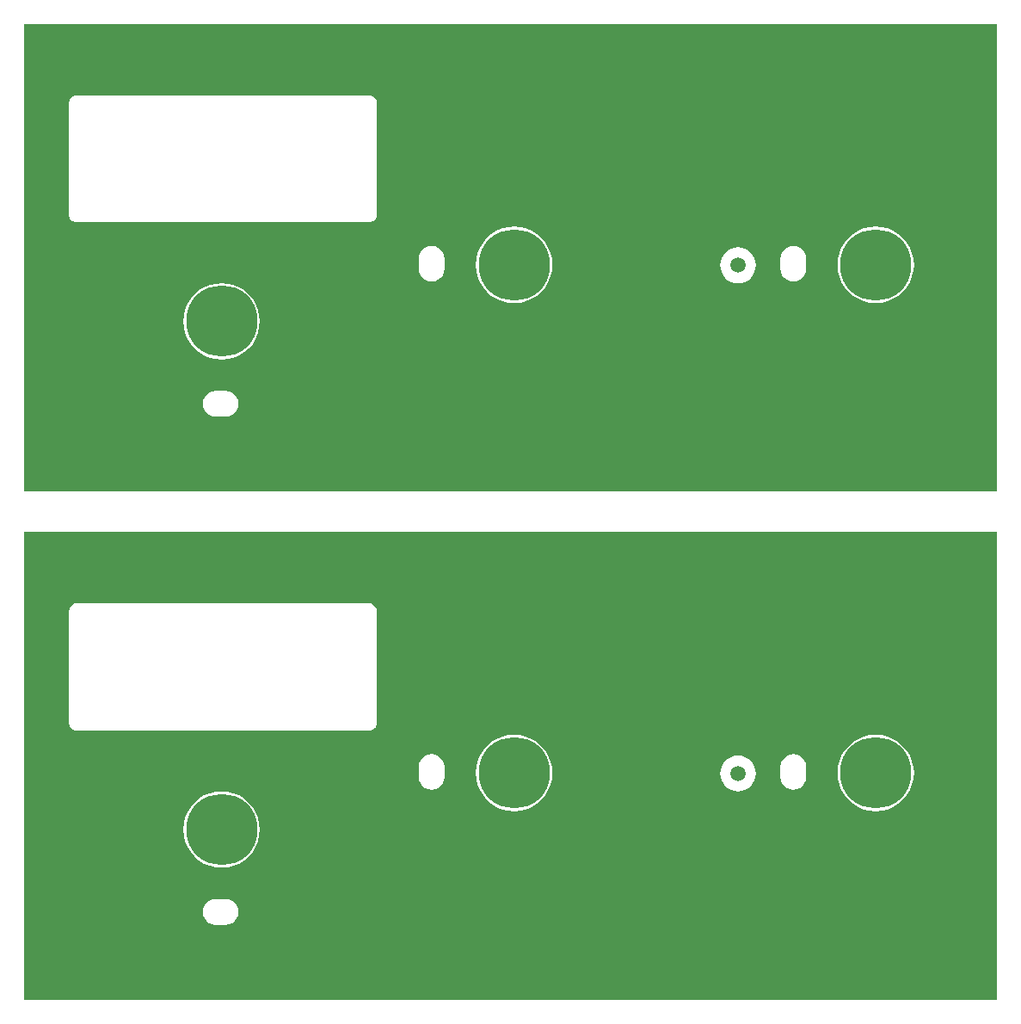
<source format=gtl>
G04*
G04 #@! TF.GenerationSoftware,Altium Limited,Altium Designer,21.0.8 (223)*
G04*
G04 Layer_Physical_Order=1*
G04 Layer_Color=255*
%FSLAX44Y44*%
%MOMM*%
G71*
G04*
G04 #@! TF.SameCoordinates,31EEA714-13B4-4420-B856-4EAA1F9135B5*
G04*
G04*
G04 #@! TF.FilePolarity,Positive*
G04*
G01*
G75*
%ADD10C,1.5000*%
%ADD11C,7.0000*%
%ADD12C,1.0000*%
G36*
X1232500Y1236680D02*
Y776680D01*
X274890Y776680D01*
Y1236680D01*
X1232500Y1236680D01*
D02*
G37*
G36*
Y736680D02*
Y276680D01*
X274890Y276680D01*
Y736680D01*
X1232500Y736680D01*
D02*
G37*
%LPC*%
G36*
X614995Y1166590D02*
X325505D01*
D01*
X325505D01*
X324514Y1166393D01*
X322677Y1165631D01*
X321837Y1165070D01*
X320430Y1163663D01*
Y1163663D01*
X320430D01*
X320244Y1163385D01*
X319869Y1162823D01*
Y1162823D01*
X319107Y1160986D01*
X319107Y1160986D01*
X318910Y1159995D01*
Y1159000D01*
Y1049000D01*
Y1048005D01*
X319107Y1047014D01*
X319107Y1047014D01*
X319869Y1045177D01*
Y1045177D01*
X320244Y1044615D01*
X320430Y1044336D01*
X320430D01*
Y1044336D01*
X321837Y1042930D01*
X321837D01*
Y1042930D01*
X322115Y1042744D01*
X322677Y1042369D01*
X322677D01*
X324514Y1041607D01*
X324514Y1041607D01*
X325505Y1041410D01*
X614995D01*
X615986Y1041607D01*
X615986Y1041607D01*
X617823Y1042369D01*
X617823D01*
X618385Y1042744D01*
X618663Y1042930D01*
Y1042930D01*
X618663D01*
X620070Y1044336D01*
X620631Y1045177D01*
X621393Y1047014D01*
X621590Y1048005D01*
Y1049000D01*
Y1159000D01*
Y1159995D01*
D01*
Y1159995D01*
X621393Y1160986D01*
X620631Y1162823D01*
X620070Y1163663D01*
X618663Y1165070D01*
X617823Y1165631D01*
X615986Y1166393D01*
X614995Y1166590D01*
D02*
G37*
G36*
X675890Y1018328D02*
X672616Y1017897D01*
X669566Y1016634D01*
X666946Y1014624D01*
X664936Y1012004D01*
X663673Y1008954D01*
X663242Y1005680D01*
Y995680D01*
X663673Y992406D01*
X664936Y989356D01*
X666946Y986736D01*
X669566Y984726D01*
X672616Y983463D01*
X675890Y983032D01*
X679164Y983463D01*
X682214Y984726D01*
X684834Y986736D01*
X686844Y989356D01*
X688107Y992406D01*
X688538Y995680D01*
Y1005680D01*
X688107Y1008954D01*
X686844Y1012004D01*
X684834Y1014624D01*
X682214Y1016634D01*
X679164Y1017897D01*
X675890Y1018328D01*
D02*
G37*
G36*
X1031890Y1018328D02*
X1028616Y1017897D01*
X1025566Y1016634D01*
X1022946Y1014624D01*
X1020936Y1012004D01*
X1019673Y1008954D01*
X1019242Y1005680D01*
Y995680D01*
X1019673Y992406D01*
X1020936Y989356D01*
X1022946Y986736D01*
X1025566Y984726D01*
X1028616Y983463D01*
X1031890Y983032D01*
X1035164Y983463D01*
X1038214Y984726D01*
X1040834Y986736D01*
X1042844Y989356D01*
X1044107Y992406D01*
X1044538Y995680D01*
Y1005680D01*
X1044107Y1008954D01*
X1042844Y1012004D01*
X1040834Y1014624D01*
X1038214Y1016634D01*
X1035164Y1017897D01*
X1031890Y1018328D01*
D02*
G37*
G36*
X977390Y1016805D02*
X973951Y1016466D01*
X970645Y1015463D01*
X967598Y1013835D01*
X964927Y1011643D01*
X962736Y1008972D01*
X961107Y1005925D01*
X960104Y1002618D01*
X959765Y999180D01*
X960104Y995742D01*
X961107Y992435D01*
X962736Y989388D01*
X964927Y986717D01*
X967598Y984526D01*
X970645Y982897D01*
X973951Y981894D01*
X977390Y981555D01*
X980828Y981894D01*
X984135Y982897D01*
X987182Y984526D01*
X989853Y986717D01*
X992045Y989388D01*
X993673Y992435D01*
X994676Y995742D01*
X995015Y999180D01*
X994676Y1002618D01*
X993673Y1005925D01*
X992045Y1008972D01*
X989853Y1011643D01*
X987182Y1013835D01*
X984135Y1015463D01*
X980828Y1016466D01*
X977390Y1016805D01*
D02*
G37*
G36*
X756890Y1037336D02*
X750999Y1036872D01*
X745254Y1035493D01*
X739794Y1033232D01*
X734756Y1030144D01*
X730263Y1026307D01*
X726426Y1021814D01*
X723338Y1016776D01*
X721077Y1011316D01*
X719697Y1005571D01*
X719234Y999680D01*
X719697Y993789D01*
X721077Y988044D01*
X723338Y982585D01*
X726426Y977546D01*
X730263Y973053D01*
X734756Y969216D01*
X739794Y966128D01*
X745254Y963867D01*
X750999Y962488D01*
X756890Y962024D01*
X762781Y962488D01*
X768526Y963867D01*
X773986Y966128D01*
X779024Y969216D01*
X783517Y973053D01*
X787354Y977546D01*
X790442Y982585D01*
X792703Y988044D01*
X794082Y993789D01*
X794546Y999680D01*
X794082Y1005571D01*
X792703Y1011316D01*
X790442Y1016776D01*
X787354Y1021814D01*
X783517Y1026307D01*
X779024Y1030144D01*
X773986Y1033232D01*
X768526Y1035493D01*
X762781Y1036872D01*
X756890Y1037336D01*
D02*
G37*
G36*
X1112890Y1037336D02*
X1106999Y1036872D01*
X1101254Y1035493D01*
X1095795Y1033232D01*
X1090756Y1030144D01*
X1086263Y1026307D01*
X1082426Y1021814D01*
X1079338Y1016776D01*
X1077077Y1011316D01*
X1075697Y1005571D01*
X1075234Y999680D01*
X1075697Y993789D01*
X1077077Y988044D01*
X1079338Y982585D01*
X1082426Y977546D01*
X1086263Y973053D01*
X1090756Y969216D01*
X1095795Y966128D01*
X1101254Y963867D01*
X1106999Y962487D01*
X1112890Y962024D01*
X1118781Y962487D01*
X1124526Y963867D01*
X1129986Y966128D01*
X1135024Y969216D01*
X1139517Y973053D01*
X1143354Y977546D01*
X1146442Y982585D01*
X1148703Y988044D01*
X1150082Y993789D01*
X1150546Y999680D01*
X1150082Y1005571D01*
X1148703Y1011316D01*
X1146442Y1016776D01*
X1143354Y1021814D01*
X1139517Y1026307D01*
X1135024Y1030144D01*
X1129986Y1033232D01*
X1124526Y1035493D01*
X1118781Y1036872D01*
X1112890Y1037336D01*
D02*
G37*
G36*
X469000Y981656D02*
X463109Y981192D01*
X457364Y979813D01*
X451904Y977552D01*
X446866Y974464D01*
X442373Y970627D01*
X438536Y966134D01*
X435448Y961096D01*
X433187Y955636D01*
X431808Y949891D01*
X431344Y944000D01*
X431808Y938109D01*
X433187Y932364D01*
X435448Y926905D01*
X438536Y921866D01*
X442373Y917373D01*
X446866Y913536D01*
X451904Y910448D01*
X457364Y908187D01*
X463109Y906807D01*
X469000Y906344D01*
X474891Y906807D01*
X480636Y908187D01*
X486096Y910448D01*
X491134Y913536D01*
X495627Y917373D01*
X499464Y921866D01*
X502552Y926905D01*
X504813Y932364D01*
X506193Y938109D01*
X506656Y944000D01*
X506193Y949891D01*
X504813Y955636D01*
X502552Y961096D01*
X499464Y966134D01*
X495627Y970627D01*
X491134Y974464D01*
X486096Y977552D01*
X480636Y979813D01*
X474891Y981192D01*
X469000Y981656D01*
D02*
G37*
G36*
X473000Y875648D02*
X463000D01*
X459726Y875217D01*
X456676Y873954D01*
X454056Y871944D01*
X452046Y869324D01*
X450783Y866274D01*
X450352Y863000D01*
X450783Y859726D01*
X452046Y856676D01*
X454056Y854056D01*
X456676Y852046D01*
X459726Y850783D01*
X463000Y850352D01*
X473000D01*
X476274Y850783D01*
X479324Y852046D01*
X481944Y854056D01*
X483954Y856676D01*
X485217Y859726D01*
X485648Y863000D01*
X485217Y866274D01*
X483954Y869324D01*
X481944Y871944D01*
X479324Y873954D01*
X476274Y875217D01*
X473000Y875648D01*
D02*
G37*
G36*
X614995Y666590D02*
X325505D01*
D01*
X325505D01*
X324514Y666393D01*
X322677Y665631D01*
X321837Y665070D01*
X320430Y663663D01*
Y663663D01*
X320430D01*
X320244Y663385D01*
X319869Y662823D01*
Y662823D01*
X319107Y660986D01*
X319107Y660986D01*
X318910Y659995D01*
Y659000D01*
Y549000D01*
Y548005D01*
X319107Y547014D01*
X319107Y547014D01*
X319869Y545177D01*
Y545177D01*
X320244Y544615D01*
X320430Y544337D01*
X320430D01*
Y544337D01*
X321837Y542930D01*
X321837D01*
Y542930D01*
X322115Y542744D01*
X322677Y542369D01*
X322677D01*
X324514Y541607D01*
X324514Y541607D01*
X325505Y541410D01*
X614995D01*
X615986Y541607D01*
X615986Y541607D01*
X617823Y542369D01*
X617823D01*
X618385Y542744D01*
X618663Y542930D01*
Y542930D01*
X618663D01*
X620070Y544337D01*
X620631Y545177D01*
X621393Y547014D01*
X621590Y548005D01*
Y549000D01*
Y659000D01*
Y659995D01*
D01*
Y659995D01*
X621393Y660986D01*
X620631Y662823D01*
X620070Y663663D01*
X618663Y665070D01*
X617823Y665631D01*
X615986Y666393D01*
X614995Y666590D01*
D02*
G37*
G36*
X675890Y518328D02*
X672616Y517897D01*
X669566Y516634D01*
X666946Y514624D01*
X664936Y512004D01*
X663673Y508954D01*
X663242Y505680D01*
Y495680D01*
X663673Y492407D01*
X664936Y489356D01*
X666946Y486736D01*
X669566Y484726D01*
X672616Y483463D01*
X675890Y483032D01*
X679164Y483463D01*
X682214Y484726D01*
X684834Y486736D01*
X686844Y489356D01*
X688107Y492407D01*
X688538Y495680D01*
Y505680D01*
X688107Y508954D01*
X686844Y512004D01*
X684834Y514624D01*
X682214Y516634D01*
X679164Y517897D01*
X675890Y518328D01*
D02*
G37*
G36*
X1031890Y518328D02*
X1028616Y517897D01*
X1025566Y516634D01*
X1022946Y514624D01*
X1020936Y512004D01*
X1019673Y508954D01*
X1019242Y505680D01*
Y495680D01*
X1019673Y492406D01*
X1020936Y489356D01*
X1022946Y486736D01*
X1025566Y484726D01*
X1028616Y483463D01*
X1031890Y483032D01*
X1035164Y483463D01*
X1038214Y484726D01*
X1040834Y486736D01*
X1042844Y489356D01*
X1044107Y492406D01*
X1044538Y495680D01*
Y505680D01*
X1044107Y508954D01*
X1042844Y512004D01*
X1040834Y514624D01*
X1038214Y516634D01*
X1035164Y517897D01*
X1031890Y518328D01*
D02*
G37*
G36*
X977390Y516805D02*
X973951Y516466D01*
X970645Y515463D01*
X967598Y513835D01*
X964927Y511643D01*
X962736Y508972D01*
X961107Y505925D01*
X960104Y502618D01*
X959765Y499180D01*
X960104Y495742D01*
X961107Y492435D01*
X962736Y489388D01*
X964927Y486717D01*
X967598Y484525D01*
X970645Y482897D01*
X973951Y481894D01*
X977390Y481555D01*
X980828Y481894D01*
X984135Y482897D01*
X987182Y484525D01*
X989853Y486717D01*
X992045Y489388D01*
X993673Y492435D01*
X994676Y495742D01*
X995015Y499180D01*
X994676Y502618D01*
X993673Y505925D01*
X992045Y508972D01*
X989853Y511643D01*
X987182Y513835D01*
X984135Y515463D01*
X980828Y516466D01*
X977390Y516805D01*
D02*
G37*
G36*
X756890Y537336D02*
X750999Y536872D01*
X745254Y535493D01*
X739794Y533232D01*
X734756Y530145D01*
X730263Y526307D01*
X726426Y521814D01*
X723338Y516776D01*
X721077Y511316D01*
X719697Y505571D01*
X719234Y499680D01*
X719697Y493789D01*
X721077Y488044D01*
X723338Y482585D01*
X726426Y477546D01*
X730263Y473053D01*
X734756Y469216D01*
X739794Y466128D01*
X745254Y463867D01*
X750999Y462488D01*
X756890Y462024D01*
X762781Y462488D01*
X768526Y463867D01*
X773986Y466128D01*
X779024Y469216D01*
X783517Y473053D01*
X787354Y477546D01*
X790442Y482585D01*
X792703Y488044D01*
X794082Y493789D01*
X794546Y499680D01*
X794082Y505571D01*
X792703Y511316D01*
X790442Y516776D01*
X787354Y521814D01*
X783517Y526307D01*
X779024Y530145D01*
X773986Y533232D01*
X768526Y535493D01*
X762781Y536872D01*
X756890Y537336D01*
D02*
G37*
G36*
X1112890Y537336D02*
X1106999Y536872D01*
X1101254Y535493D01*
X1095795Y533232D01*
X1090756Y530144D01*
X1086263Y526307D01*
X1082426Y521814D01*
X1079338Y516776D01*
X1077077Y511316D01*
X1075697Y505571D01*
X1075234Y499680D01*
X1075697Y493789D01*
X1077077Y488044D01*
X1079338Y482584D01*
X1082426Y477546D01*
X1086263Y473053D01*
X1090756Y469216D01*
X1095795Y466128D01*
X1101254Y463867D01*
X1106999Y462487D01*
X1112890Y462024D01*
X1118781Y462487D01*
X1124526Y463867D01*
X1129986Y466128D01*
X1135024Y469216D01*
X1139517Y473053D01*
X1143354Y477546D01*
X1146442Y482584D01*
X1148703Y488044D01*
X1150082Y493789D01*
X1150546Y499680D01*
X1150082Y505571D01*
X1148703Y511316D01*
X1146442Y516776D01*
X1143354Y521814D01*
X1139517Y526307D01*
X1135024Y530144D01*
X1129986Y533232D01*
X1124526Y535493D01*
X1118781Y536872D01*
X1112890Y537336D01*
D02*
G37*
G36*
X469000Y481656D02*
X463109Y481193D01*
X457364Y479813D01*
X451904Y477552D01*
X446866Y474464D01*
X442373Y470627D01*
X438536Y466134D01*
X435448Y461096D01*
X433187Y455636D01*
X431808Y449891D01*
X431344Y444000D01*
X431808Y438109D01*
X433187Y432364D01*
X435448Y426904D01*
X438536Y421866D01*
X442373Y417373D01*
X446866Y413536D01*
X451904Y410448D01*
X457364Y408187D01*
X463109Y406808D01*
X469000Y406344D01*
X474891Y406808D01*
X480636Y408187D01*
X486096Y410448D01*
X491134Y413536D01*
X495627Y417373D01*
X499464Y421866D01*
X502552Y426904D01*
X504813Y432364D01*
X506193Y438109D01*
X506656Y444000D01*
X506193Y449891D01*
X504813Y455636D01*
X502552Y461096D01*
X499464Y466134D01*
X495627Y470627D01*
X491134Y474464D01*
X486096Y477552D01*
X480636Y479813D01*
X474891Y481193D01*
X469000Y481656D01*
D02*
G37*
G36*
X473000Y375648D02*
X463000D01*
X459726Y375217D01*
X456676Y373954D01*
X454056Y371944D01*
X452046Y369324D01*
X450783Y366274D01*
X450352Y363000D01*
X450783Y359726D01*
X452046Y356676D01*
X454056Y354056D01*
X456676Y352046D01*
X459726Y350783D01*
X463000Y350352D01*
X473000D01*
X476274Y350783D01*
X479324Y352046D01*
X481944Y354056D01*
X483954Y356676D01*
X485217Y359726D01*
X485648Y363000D01*
X485217Y366274D01*
X483954Y369324D01*
X481944Y371944D01*
X479324Y373954D01*
X476274Y375217D01*
X473000Y375648D01*
D02*
G37*
%LPD*%
D10*
X977390Y499180D02*
D03*
Y999180D02*
D03*
D11*
X1112890Y499680D02*
D03*
X756890Y499680D02*
D03*
X469000Y444000D02*
D03*
X1112890Y999680D02*
D03*
X756890Y999680D02*
D03*
X469000Y944000D02*
D03*
D12*
X288500Y630500D02*
D03*
Y578250D02*
D03*
Y604250D02*
D03*
X651703Y628376D02*
D03*
X651727Y601234D02*
D03*
X652227Y576734D02*
D03*
X1226890Y428680D02*
D03*
Y304680D02*
D03*
Y404680D02*
D03*
Y379680D02*
D03*
Y354680D02*
D03*
Y329680D02*
D03*
X280390Y427180D02*
D03*
Y303180D02*
D03*
Y403180D02*
D03*
Y378180D02*
D03*
Y353180D02*
D03*
Y328180D02*
D03*
X288500Y1130500D02*
D03*
Y1078250D02*
D03*
Y1104250D02*
D03*
X651703Y1128376D02*
D03*
X651727Y1101234D02*
D03*
X652227Y1076734D02*
D03*
X1226890Y928680D02*
D03*
Y804680D02*
D03*
Y904680D02*
D03*
Y879680D02*
D03*
Y854680D02*
D03*
Y829680D02*
D03*
X280390Y927180D02*
D03*
Y803180D02*
D03*
Y903180D02*
D03*
Y878180D02*
D03*
Y853180D02*
D03*
Y828180D02*
D03*
M02*

</source>
